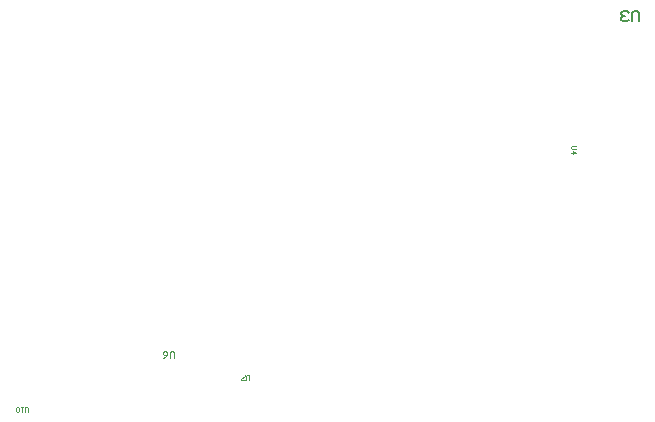
<source format=gm1>
G04*
G04 #@! TF.GenerationSoftware,Altium Limited,Altium Designer,20.0.11 (256)*
G04*
G04 Layer_Color=16711935*
%FSLAX25Y25*%
%MOIN*%
G70*
G01*
G75*
%ADD14C,0.00394*%
%ADD146C,0.00236*%
%ADD147C,0.00591*%
D14*
X116847Y77139D02*
Y79106D01*
X116453Y79500D01*
X115666D01*
X115272Y79106D01*
Y77139D01*
X112911D02*
X113698Y77532D01*
X114485Y78319D01*
Y79106D01*
X114092Y79500D01*
X113304D01*
X112911Y79106D01*
Y78713D01*
X113304Y78319D01*
X114485D01*
D146*
X68000Y59426D02*
Y60738D01*
X67738Y61000D01*
X67213D01*
X66951Y60738D01*
Y59426D01*
X66426Y61000D02*
X65901D01*
X66163D01*
Y59426D01*
X66426Y59688D01*
X65114D02*
X64851Y59426D01*
X64327D01*
X64064Y59688D01*
Y60738D01*
X64327Y61000D01*
X64851D01*
X65114Y60738D01*
Y59688D01*
X250574Y148000D02*
X249262D01*
X249000Y147738D01*
Y147213D01*
X249262Y146950D01*
X250574D01*
X249000Y145639D02*
X250574D01*
X249787Y146426D01*
Y145376D01*
X141847Y69926D02*
Y71238D01*
X141584Y71500D01*
X141059D01*
X140797Y71238D01*
Y69926D01*
X140272D02*
X139223D01*
Y70188D01*
X140272Y71238D01*
Y71500D01*
D147*
X271800Y189458D02*
Y192410D01*
X271210Y193000D01*
X270029D01*
X269439Y192410D01*
Y189458D01*
X268258Y190048D02*
X267668Y189458D01*
X266487D01*
X265896Y190048D01*
Y190639D01*
X266487Y191229D01*
X267077D01*
X266487D01*
X265896Y191819D01*
Y192410D01*
X266487Y193000D01*
X267668D01*
X268258Y192410D01*
M02*

</source>
